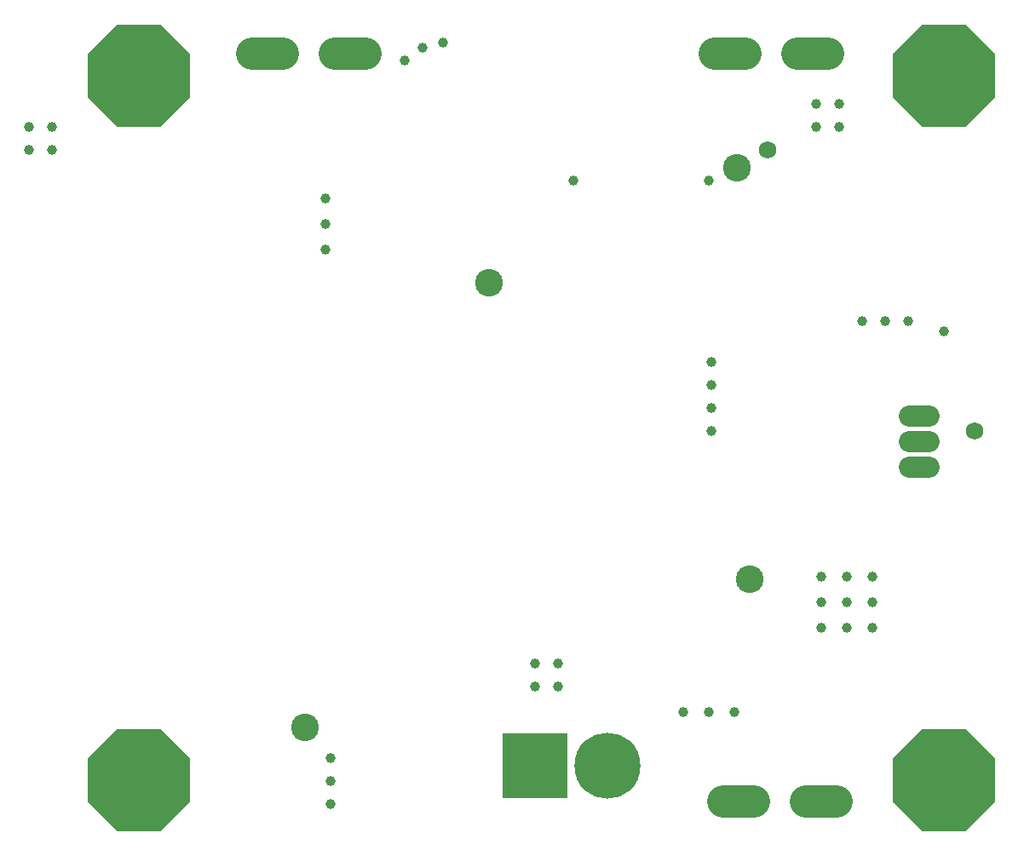
<source format=gbr>
G04 EAGLE Gerber RS-274X export*
G75*
%MOMM*%
%FSLAX34Y34*%
%LPD*%
%INSoldermask Bottom*%
%IPPOS*%
%AMOC8*
5,1,8,0,0,1.08239X$1,22.5*%
G01*
%ADD10C,3.251200*%
%ADD11P,11.043842X8X22.500000*%
%ADD12R,6.553200X6.553200*%
%ADD13C,6.553200*%
%ADD14C,2.082800*%
%ADD15C,2.743200*%
%ADD16C,0.990600*%
%ADD17C,1.727200*%


D10*
X465100Y954900D02*
X434620Y954900D01*
X517120Y954900D02*
X547600Y954900D01*
X985240Y210960D02*
X1015720Y210960D01*
X933220Y210960D02*
X902740Y210960D01*
D11*
X322580Y232410D03*
X1122680Y232410D03*
X1122680Y932180D03*
X322580Y932180D03*
D12*
X716100Y246380D03*
D13*
X788100Y246380D03*
D14*
X1087882Y543560D02*
X1106678Y543560D01*
X1106678Y568960D02*
X1087882Y568960D01*
X1087882Y594360D02*
X1106678Y594360D01*
D10*
X924840Y954900D02*
X894360Y954900D01*
X976860Y954900D02*
X1007340Y954900D01*
D15*
X916940Y840740D03*
X929640Y431800D03*
D16*
X508000Y810260D03*
X508000Y784860D03*
X508000Y759460D03*
X213360Y881380D03*
X236220Y881380D03*
X213360Y858520D03*
X236220Y858520D03*
X513080Y254000D03*
X513080Y231140D03*
X513080Y208280D03*
X716280Y347980D03*
X739140Y347980D03*
X739140Y325120D03*
X716280Y325120D03*
X863600Y299720D03*
X889000Y299720D03*
X914400Y299720D03*
X1000760Y434340D03*
X1026160Y434340D03*
X1051560Y434340D03*
X1000760Y408940D03*
X1026160Y408940D03*
X1051560Y408940D03*
X1000760Y383540D03*
X1026160Y383540D03*
X1051560Y383540D03*
X586740Y947420D03*
X604520Y960120D03*
X624840Y965200D03*
X995680Y904240D03*
X1018540Y904240D03*
X995680Y881380D03*
X1018540Y881380D03*
X891540Y647700D03*
X891540Y624840D03*
X891540Y601980D03*
X891540Y579120D03*
X1087120Y688340D03*
X1064260Y688340D03*
X1041400Y688340D03*
X1122680Y678180D03*
D17*
X947420Y858520D03*
X1153160Y579120D03*
D15*
X670560Y726440D03*
X487680Y284480D03*
D16*
X754380Y828040D03*
X889000Y828040D03*
M02*

</source>
